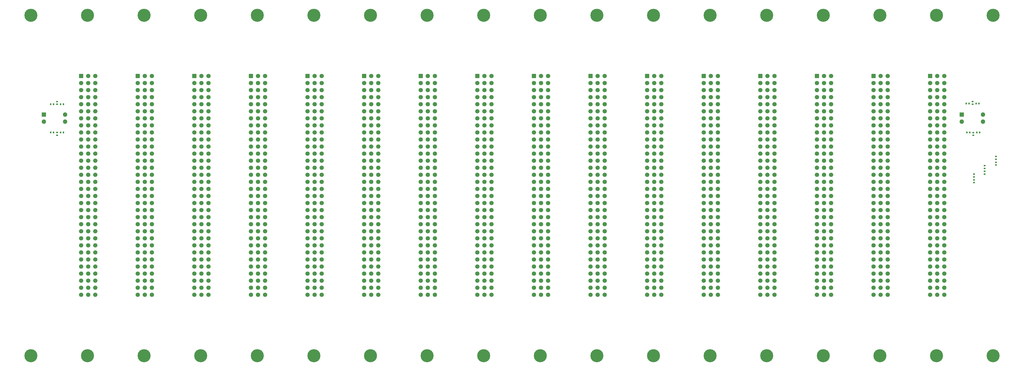
<source format=gbr>
%TF.GenerationSoftware,KiCad,Pcbnew,9.0.3*%
%TF.CreationDate,2025-10-05T23:38:32+02:00*%
%TF.ProjectId,ModuCard-System-ActiveBackplane,4d6f6475-4361-4726-942d-53797374656d,A*%
%TF.SameCoordinates,Original*%
%TF.FileFunction,Soldermask,Top*%
%TF.FilePolarity,Negative*%
%FSLAX46Y46*%
G04 Gerber Fmt 4.6, Leading zero omitted, Abs format (unit mm)*
G04 Created by KiCad (PCBNEW 9.0.3) date 2025-10-05 23:38:32*
%MOMM*%
%LPD*%
G01*
G04 APERTURE LIST*
G04 Aperture macros list*
%AMRoundRect*
0 Rectangle with rounded corners*
0 $1 Rounding radius*
0 $2 $3 $4 $5 $6 $7 $8 $9 X,Y pos of 4 corners*
0 Add a 4 corners polygon primitive as box body*
4,1,4,$2,$3,$4,$5,$6,$7,$8,$9,$2,$3,0*
0 Add four circle primitives for the rounded corners*
1,1,$1+$1,$2,$3*
1,1,$1+$1,$4,$5*
1,1,$1+$1,$6,$7*
1,1,$1+$1,$8,$9*
0 Add four rect primitives between the rounded corners*
20,1,$1+$1,$2,$3,$4,$5,0*
20,1,$1+$1,$4,$5,$6,$7,0*
20,1,$1+$1,$6,$7,$8,$9,0*
20,1,$1+$1,$8,$9,$2,$3,0*%
G04 Aperture macros list end*
%ADD10C,4.700000*%
%ADD11RoundRect,0.140000X-0.170000X0.140000X-0.170000X-0.140000X0.170000X-0.140000X0.170000X0.140000X0*%
%ADD12RoundRect,0.249999X-0.525001X-0.525001X0.525001X-0.525001X0.525001X0.525001X-0.525001X0.525001X0*%
%ADD13C,1.550000*%
%ADD14RoundRect,0.135000X-0.185000X0.135000X-0.185000X-0.135000X0.185000X-0.135000X0.185000X0.135000X0*%
%ADD15R,1.600000X1.600000*%
%ADD16O,1.600000X1.600000*%
%ADD17RoundRect,0.135000X-0.135000X-0.185000X0.135000X-0.185000X0.135000X0.185000X-0.135000X0.185000X0*%
%ADD18RoundRect,0.135000X0.135000X0.185000X-0.135000X0.185000X-0.135000X-0.185000X0.135000X-0.185000X0*%
%ADD19RoundRect,0.140000X0.170000X-0.140000X0.170000X0.140000X-0.170000X0.140000X-0.170000X-0.140000X0*%
%ADD20RoundRect,0.147500X0.172500X-0.147500X0.172500X0.147500X-0.172500X0.147500X-0.172500X-0.147500X0*%
G04 APERTURE END LIST*
D10*
%TO.C,H20*%
X457493745Y-260259000D03*
%TD*%
D11*
%TO.C,C24*%
X450385245Y-179987000D03*
X450385245Y-180947000D03*
%TD*%
D12*
%TO.C,J2*%
X150411245Y-159639000D03*
D13*
X150411245Y-162179000D03*
X150411245Y-164719000D03*
X150411245Y-167259000D03*
X150411245Y-169799000D03*
X150411245Y-172339000D03*
X150411245Y-174879000D03*
X150411245Y-177419000D03*
X150411245Y-179959000D03*
X150411245Y-182499000D03*
X150411245Y-185039000D03*
X150411245Y-187579000D03*
X150411245Y-190119000D03*
X150411245Y-192659000D03*
X150411245Y-195199000D03*
X150411245Y-197739000D03*
X150411245Y-200279000D03*
X150411245Y-202819000D03*
X150411245Y-205359000D03*
X150411245Y-207899000D03*
X150411245Y-210439000D03*
X150411245Y-212979000D03*
X150411245Y-215519000D03*
X150411245Y-218059000D03*
X150411245Y-220599000D03*
X150411245Y-223139000D03*
X150411245Y-225679000D03*
X150411245Y-228219000D03*
X150411245Y-230759000D03*
X150411245Y-233299000D03*
X150411245Y-235839000D03*
X150411245Y-238379000D03*
X152951245Y-159639000D03*
X152951245Y-162179000D03*
X152951245Y-164719000D03*
X152951245Y-167259000D03*
X152951245Y-169799000D03*
X152951245Y-172339000D03*
X152951245Y-174879000D03*
X152951245Y-177419000D03*
X152951245Y-179959000D03*
X152951245Y-182499000D03*
X152951245Y-185039000D03*
X152951245Y-187579000D03*
X152951245Y-190119000D03*
X152951245Y-192659000D03*
X152951245Y-195199000D03*
X152951245Y-197739000D03*
X152951245Y-200279000D03*
X152951245Y-202819000D03*
X152951245Y-205359000D03*
X152951245Y-207899000D03*
X152951245Y-210439000D03*
X152951245Y-212979000D03*
X152951245Y-215519000D03*
X152951245Y-218059000D03*
X152951245Y-220599000D03*
X152951245Y-223139000D03*
X152951245Y-225679000D03*
X152951245Y-228219000D03*
X152951245Y-230759000D03*
X152951245Y-233299000D03*
X152951245Y-235839000D03*
X152951245Y-238379000D03*
X155491245Y-159639000D03*
X155491245Y-162179000D03*
X155491245Y-164719000D03*
X155491245Y-167259000D03*
X155491245Y-169799000D03*
X155491245Y-172339000D03*
X155491245Y-174879000D03*
X155491245Y-177419000D03*
X155491245Y-179959000D03*
X155491245Y-182499000D03*
X155491245Y-185039000D03*
X155491245Y-187579000D03*
X155491245Y-190119000D03*
X155491245Y-192659000D03*
X155491245Y-195199000D03*
X155491245Y-197739000D03*
X155491245Y-200279000D03*
X155491245Y-202819000D03*
X155491245Y-205359000D03*
X155491245Y-207899000D03*
X155491245Y-210439000D03*
X155491245Y-212979000D03*
X155491245Y-215519000D03*
X155491245Y-218059000D03*
X155491245Y-220599000D03*
X155491245Y-223139000D03*
X155491245Y-225679000D03*
X155491245Y-228219000D03*
X155491245Y-230759000D03*
X155491245Y-233299000D03*
X155491245Y-235839000D03*
X155491245Y-238379000D03*
%TD*%
D10*
%TO.C,H29*%
X254293745Y-260259000D03*
%TD*%
%TO.C,H24*%
X152693745Y-260259000D03*
%TD*%
D14*
%TO.C,R1*%
X450639245Y-194943000D03*
X450639245Y-195963000D03*
%TD*%
D10*
%TO.C,H36*%
X396533745Y-260259000D03*
%TD*%
%TO.C,H23*%
X132373745Y-260259000D03*
%TD*%
%TO.C,H3*%
X152693745Y-137759000D03*
%TD*%
%TO.C,H17*%
X437173745Y-137759000D03*
%TD*%
%TO.C,H4*%
X173013745Y-137759000D03*
%TD*%
D15*
%TO.C,SW1*%
X116671745Y-173517155D03*
D16*
X116671745Y-176057155D03*
X124291745Y-176057155D03*
X124291745Y-173517155D03*
%TD*%
D10*
%TO.C,H35*%
X376213745Y-260259000D03*
%TD*%
%TO.C,H32*%
X315253745Y-260259000D03*
%TD*%
D14*
%TO.C,R3*%
X458513245Y-188593000D03*
X458513245Y-189613000D03*
%TD*%
D15*
%TO.C,SW2*%
X446210245Y-173517155D03*
D16*
X446210245Y-176057155D03*
X453830245Y-176057155D03*
X453830245Y-173517155D03*
%TD*%
D10*
%TO.C,H28*%
X233973745Y-260259000D03*
%TD*%
D12*
%TO.C,J10*%
X312971245Y-159639000D03*
D13*
X312971245Y-162179000D03*
X312971245Y-164719000D03*
X312971245Y-167259000D03*
X312971245Y-169799000D03*
X312971245Y-172339000D03*
X312971245Y-174879000D03*
X312971245Y-177419000D03*
X312971245Y-179959000D03*
X312971245Y-182499000D03*
X312971245Y-185039000D03*
X312971245Y-187579000D03*
X312971245Y-190119000D03*
X312971245Y-192659000D03*
X312971245Y-195199000D03*
X312971245Y-197739000D03*
X312971245Y-200279000D03*
X312971245Y-202819000D03*
X312971245Y-205359000D03*
X312971245Y-207899000D03*
X312971245Y-210439000D03*
X312971245Y-212979000D03*
X312971245Y-215519000D03*
X312971245Y-218059000D03*
X312971245Y-220599000D03*
X312971245Y-223139000D03*
X312971245Y-225679000D03*
X312971245Y-228219000D03*
X312971245Y-230759000D03*
X312971245Y-233299000D03*
X312971245Y-235839000D03*
X312971245Y-238379000D03*
X315511245Y-159639000D03*
X315511245Y-162179000D03*
X315511245Y-164719000D03*
X315511245Y-167259000D03*
X315511245Y-169799000D03*
X315511245Y-172339000D03*
X315511245Y-174879000D03*
X315511245Y-177419000D03*
X315511245Y-179959000D03*
X315511245Y-182499000D03*
X315511245Y-185039000D03*
X315511245Y-187579000D03*
X315511245Y-190119000D03*
X315511245Y-192659000D03*
X315511245Y-195199000D03*
X315511245Y-197739000D03*
X315511245Y-200279000D03*
X315511245Y-202819000D03*
X315511245Y-205359000D03*
X315511245Y-207899000D03*
X315511245Y-210439000D03*
X315511245Y-212979000D03*
X315511245Y-215519000D03*
X315511245Y-218059000D03*
X315511245Y-220599000D03*
X315511245Y-223139000D03*
X315511245Y-225679000D03*
X315511245Y-228219000D03*
X315511245Y-230759000D03*
X315511245Y-233299000D03*
X315511245Y-235839000D03*
X315511245Y-238379000D03*
X318051245Y-159639000D03*
X318051245Y-162179000D03*
X318051245Y-164719000D03*
X318051245Y-167259000D03*
X318051245Y-169799000D03*
X318051245Y-172339000D03*
X318051245Y-174879000D03*
X318051245Y-177419000D03*
X318051245Y-179959000D03*
X318051245Y-182499000D03*
X318051245Y-185039000D03*
X318051245Y-187579000D03*
X318051245Y-190119000D03*
X318051245Y-192659000D03*
X318051245Y-195199000D03*
X318051245Y-197739000D03*
X318051245Y-200279000D03*
X318051245Y-202819000D03*
X318051245Y-205359000D03*
X318051245Y-207899000D03*
X318051245Y-210439000D03*
X318051245Y-212979000D03*
X318051245Y-215519000D03*
X318051245Y-218059000D03*
X318051245Y-220599000D03*
X318051245Y-223139000D03*
X318051245Y-225679000D03*
X318051245Y-228219000D03*
X318051245Y-230759000D03*
X318051245Y-233299000D03*
X318051245Y-235839000D03*
X318051245Y-238379000D03*
%TD*%
D12*
%TO.C,J11*%
X333291245Y-159639000D03*
D13*
X333291245Y-162179000D03*
X333291245Y-164719000D03*
X333291245Y-167259000D03*
X333291245Y-169799000D03*
X333291245Y-172339000D03*
X333291245Y-174879000D03*
X333291245Y-177419000D03*
X333291245Y-179959000D03*
X333291245Y-182499000D03*
X333291245Y-185039000D03*
X333291245Y-187579000D03*
X333291245Y-190119000D03*
X333291245Y-192659000D03*
X333291245Y-195199000D03*
X333291245Y-197739000D03*
X333291245Y-200279000D03*
X333291245Y-202819000D03*
X333291245Y-205359000D03*
X333291245Y-207899000D03*
X333291245Y-210439000D03*
X333291245Y-212979000D03*
X333291245Y-215519000D03*
X333291245Y-218059000D03*
X333291245Y-220599000D03*
X333291245Y-223139000D03*
X333291245Y-225679000D03*
X333291245Y-228219000D03*
X333291245Y-230759000D03*
X333291245Y-233299000D03*
X333291245Y-235839000D03*
X333291245Y-238379000D03*
X335831245Y-159639000D03*
X335831245Y-162179000D03*
X335831245Y-164719000D03*
X335831245Y-167259000D03*
X335831245Y-169799000D03*
X335831245Y-172339000D03*
X335831245Y-174879000D03*
X335831245Y-177419000D03*
X335831245Y-179959000D03*
X335831245Y-182499000D03*
X335831245Y-185039000D03*
X335831245Y-187579000D03*
X335831245Y-190119000D03*
X335831245Y-192659000D03*
X335831245Y-195199000D03*
X335831245Y-197739000D03*
X335831245Y-200279000D03*
X335831245Y-202819000D03*
X335831245Y-205359000D03*
X335831245Y-207899000D03*
X335831245Y-210439000D03*
X335831245Y-212979000D03*
X335831245Y-215519000D03*
X335831245Y-218059000D03*
X335831245Y-220599000D03*
X335831245Y-223139000D03*
X335831245Y-225679000D03*
X335831245Y-228219000D03*
X335831245Y-230759000D03*
X335831245Y-233299000D03*
X335831245Y-235839000D03*
X335831245Y-238379000D03*
X338371245Y-159639000D03*
X338371245Y-162179000D03*
X338371245Y-164719000D03*
X338371245Y-167259000D03*
X338371245Y-169799000D03*
X338371245Y-172339000D03*
X338371245Y-174879000D03*
X338371245Y-177419000D03*
X338371245Y-179959000D03*
X338371245Y-182499000D03*
X338371245Y-185039000D03*
X338371245Y-187579000D03*
X338371245Y-190119000D03*
X338371245Y-192659000D03*
X338371245Y-195199000D03*
X338371245Y-197739000D03*
X338371245Y-200279000D03*
X338371245Y-202819000D03*
X338371245Y-205359000D03*
X338371245Y-207899000D03*
X338371245Y-210439000D03*
X338371245Y-212979000D03*
X338371245Y-215519000D03*
X338371245Y-218059000D03*
X338371245Y-220599000D03*
X338371245Y-223139000D03*
X338371245Y-225679000D03*
X338371245Y-228219000D03*
X338371245Y-230759000D03*
X338371245Y-233299000D03*
X338371245Y-235839000D03*
X338371245Y-238379000D03*
%TD*%
D10*
%TO.C,H2*%
X132373745Y-137759000D03*
%TD*%
%TO.C,H34*%
X355893745Y-260259000D03*
%TD*%
%TO.C,H14*%
X376213745Y-137759000D03*
%TD*%
D12*
%TO.C,J9*%
X292651245Y-159639000D03*
D13*
X292651245Y-162179000D03*
X292651245Y-164719000D03*
X292651245Y-167259000D03*
X292651245Y-169799000D03*
X292651245Y-172339000D03*
X292651245Y-174879000D03*
X292651245Y-177419000D03*
X292651245Y-179959000D03*
X292651245Y-182499000D03*
X292651245Y-185039000D03*
X292651245Y-187579000D03*
X292651245Y-190119000D03*
X292651245Y-192659000D03*
X292651245Y-195199000D03*
X292651245Y-197739000D03*
X292651245Y-200279000D03*
X292651245Y-202819000D03*
X292651245Y-205359000D03*
X292651245Y-207899000D03*
X292651245Y-210439000D03*
X292651245Y-212979000D03*
X292651245Y-215519000D03*
X292651245Y-218059000D03*
X292651245Y-220599000D03*
X292651245Y-223139000D03*
X292651245Y-225679000D03*
X292651245Y-228219000D03*
X292651245Y-230759000D03*
X292651245Y-233299000D03*
X292651245Y-235839000D03*
X292651245Y-238379000D03*
X295191245Y-159639000D03*
X295191245Y-162179000D03*
X295191245Y-164719000D03*
X295191245Y-167259000D03*
X295191245Y-169799000D03*
X295191245Y-172339000D03*
X295191245Y-174879000D03*
X295191245Y-177419000D03*
X295191245Y-179959000D03*
X295191245Y-182499000D03*
X295191245Y-185039000D03*
X295191245Y-187579000D03*
X295191245Y-190119000D03*
X295191245Y-192659000D03*
X295191245Y-195199000D03*
X295191245Y-197739000D03*
X295191245Y-200279000D03*
X295191245Y-202819000D03*
X295191245Y-205359000D03*
X295191245Y-207899000D03*
X295191245Y-210439000D03*
X295191245Y-212979000D03*
X295191245Y-215519000D03*
X295191245Y-218059000D03*
X295191245Y-220599000D03*
X295191245Y-223139000D03*
X295191245Y-225679000D03*
X295191245Y-228219000D03*
X295191245Y-230759000D03*
X295191245Y-233299000D03*
X295191245Y-235839000D03*
X295191245Y-238379000D03*
X297731245Y-159639000D03*
X297731245Y-162179000D03*
X297731245Y-164719000D03*
X297731245Y-167259000D03*
X297731245Y-169799000D03*
X297731245Y-172339000D03*
X297731245Y-174879000D03*
X297731245Y-177419000D03*
X297731245Y-179959000D03*
X297731245Y-182499000D03*
X297731245Y-185039000D03*
X297731245Y-187579000D03*
X297731245Y-190119000D03*
X297731245Y-192659000D03*
X297731245Y-195199000D03*
X297731245Y-197739000D03*
X297731245Y-200279000D03*
X297731245Y-202819000D03*
X297731245Y-205359000D03*
X297731245Y-207899000D03*
X297731245Y-210439000D03*
X297731245Y-212979000D03*
X297731245Y-215519000D03*
X297731245Y-218059000D03*
X297731245Y-220599000D03*
X297731245Y-223139000D03*
X297731245Y-225679000D03*
X297731245Y-228219000D03*
X297731245Y-230759000D03*
X297731245Y-233299000D03*
X297731245Y-235839000D03*
X297731245Y-238379000D03*
%TD*%
D10*
%TO.C,H15*%
X416811245Y-260259000D03*
%TD*%
D12*
%TO.C,J6*%
X231691245Y-159639000D03*
D13*
X231691245Y-162179000D03*
X231691245Y-164719000D03*
X231691245Y-167259000D03*
X231691245Y-169799000D03*
X231691245Y-172339000D03*
X231691245Y-174879000D03*
X231691245Y-177419000D03*
X231691245Y-179959000D03*
X231691245Y-182499000D03*
X231691245Y-185039000D03*
X231691245Y-187579000D03*
X231691245Y-190119000D03*
X231691245Y-192659000D03*
X231691245Y-195199000D03*
X231691245Y-197739000D03*
X231691245Y-200279000D03*
X231691245Y-202819000D03*
X231691245Y-205359000D03*
X231691245Y-207899000D03*
X231691245Y-210439000D03*
X231691245Y-212979000D03*
X231691245Y-215519000D03*
X231691245Y-218059000D03*
X231691245Y-220599000D03*
X231691245Y-223139000D03*
X231691245Y-225679000D03*
X231691245Y-228219000D03*
X231691245Y-230759000D03*
X231691245Y-233299000D03*
X231691245Y-235839000D03*
X231691245Y-238379000D03*
X234231245Y-159639000D03*
X234231245Y-162179000D03*
X234231245Y-164719000D03*
X234231245Y-167259000D03*
X234231245Y-169799000D03*
X234231245Y-172339000D03*
X234231245Y-174879000D03*
X234231245Y-177419000D03*
X234231245Y-179959000D03*
X234231245Y-182499000D03*
X234231245Y-185039000D03*
X234231245Y-187579000D03*
X234231245Y-190119000D03*
X234231245Y-192659000D03*
X234231245Y-195199000D03*
X234231245Y-197739000D03*
X234231245Y-200279000D03*
X234231245Y-202819000D03*
X234231245Y-205359000D03*
X234231245Y-207899000D03*
X234231245Y-210439000D03*
X234231245Y-212979000D03*
X234231245Y-215519000D03*
X234231245Y-218059000D03*
X234231245Y-220599000D03*
X234231245Y-223139000D03*
X234231245Y-225679000D03*
X234231245Y-228219000D03*
X234231245Y-230759000D03*
X234231245Y-233299000D03*
X234231245Y-235839000D03*
X234231245Y-238379000D03*
X236771245Y-159639000D03*
X236771245Y-162179000D03*
X236771245Y-164719000D03*
X236771245Y-167259000D03*
X236771245Y-169799000D03*
X236771245Y-172339000D03*
X236771245Y-174879000D03*
X236771245Y-177419000D03*
X236771245Y-179959000D03*
X236771245Y-182499000D03*
X236771245Y-185039000D03*
X236771245Y-187579000D03*
X236771245Y-190119000D03*
X236771245Y-192659000D03*
X236771245Y-195199000D03*
X236771245Y-197739000D03*
X236771245Y-200279000D03*
X236771245Y-202819000D03*
X236771245Y-205359000D03*
X236771245Y-207899000D03*
X236771245Y-210439000D03*
X236771245Y-212979000D03*
X236771245Y-215519000D03*
X236771245Y-218059000D03*
X236771245Y-220599000D03*
X236771245Y-223139000D03*
X236771245Y-225679000D03*
X236771245Y-228219000D03*
X236771245Y-230759000D03*
X236771245Y-233299000D03*
X236771245Y-235839000D03*
X236771245Y-238379000D03*
%TD*%
D10*
%TO.C,H8*%
X254293745Y-137759000D03*
%TD*%
D12*
%TO.C,J3*%
X170731245Y-159639000D03*
D13*
X170731245Y-162179000D03*
X170731245Y-164719000D03*
X170731245Y-167259000D03*
X170731245Y-169799000D03*
X170731245Y-172339000D03*
X170731245Y-174879000D03*
X170731245Y-177419000D03*
X170731245Y-179959000D03*
X170731245Y-182499000D03*
X170731245Y-185039000D03*
X170731245Y-187579000D03*
X170731245Y-190119000D03*
X170731245Y-192659000D03*
X170731245Y-195199000D03*
X170731245Y-197739000D03*
X170731245Y-200279000D03*
X170731245Y-202819000D03*
X170731245Y-205359000D03*
X170731245Y-207899000D03*
X170731245Y-210439000D03*
X170731245Y-212979000D03*
X170731245Y-215519000D03*
X170731245Y-218059000D03*
X170731245Y-220599000D03*
X170731245Y-223139000D03*
X170731245Y-225679000D03*
X170731245Y-228219000D03*
X170731245Y-230759000D03*
X170731245Y-233299000D03*
X170731245Y-235839000D03*
X170731245Y-238379000D03*
X173271245Y-159639000D03*
X173271245Y-162179000D03*
X173271245Y-164719000D03*
X173271245Y-167259000D03*
X173271245Y-169799000D03*
X173271245Y-172339000D03*
X173271245Y-174879000D03*
X173271245Y-177419000D03*
X173271245Y-179959000D03*
X173271245Y-182499000D03*
X173271245Y-185039000D03*
X173271245Y-187579000D03*
X173271245Y-190119000D03*
X173271245Y-192659000D03*
X173271245Y-195199000D03*
X173271245Y-197739000D03*
X173271245Y-200279000D03*
X173271245Y-202819000D03*
X173271245Y-205359000D03*
X173271245Y-207899000D03*
X173271245Y-210439000D03*
X173271245Y-212979000D03*
X173271245Y-215519000D03*
X173271245Y-218059000D03*
X173271245Y-220599000D03*
X173271245Y-223139000D03*
X173271245Y-225679000D03*
X173271245Y-228219000D03*
X173271245Y-230759000D03*
X173271245Y-233299000D03*
X173271245Y-235839000D03*
X173271245Y-238379000D03*
X175811245Y-159639000D03*
X175811245Y-162179000D03*
X175811245Y-164719000D03*
X175811245Y-167259000D03*
X175811245Y-169799000D03*
X175811245Y-172339000D03*
X175811245Y-174879000D03*
X175811245Y-177419000D03*
X175811245Y-179959000D03*
X175811245Y-182499000D03*
X175811245Y-185039000D03*
X175811245Y-187579000D03*
X175811245Y-190119000D03*
X175811245Y-192659000D03*
X175811245Y-195199000D03*
X175811245Y-197739000D03*
X175811245Y-200279000D03*
X175811245Y-202819000D03*
X175811245Y-205359000D03*
X175811245Y-207899000D03*
X175811245Y-210439000D03*
X175811245Y-212979000D03*
X175811245Y-215519000D03*
X175811245Y-218059000D03*
X175811245Y-220599000D03*
X175811245Y-223139000D03*
X175811245Y-225679000D03*
X175811245Y-228219000D03*
X175811245Y-230759000D03*
X175811245Y-233299000D03*
X175811245Y-235839000D03*
X175811245Y-238379000D03*
%TD*%
D17*
%TO.C,R9*%
X119167245Y-179959000D03*
X120187245Y-179959000D03*
%TD*%
D10*
%TO.C,H11*%
X315253745Y-137759000D03*
%TD*%
D18*
%TO.C,R7*%
X448863245Y-169545000D03*
X447843245Y-169545000D03*
%TD*%
D10*
%TO.C,H12*%
X335573745Y-137759000D03*
%TD*%
D17*
%TO.C,R4*%
X122723245Y-169799000D03*
X123743245Y-169799000D03*
%TD*%
D19*
%TO.C,C21*%
X121455245Y-169799000D03*
X121455245Y-168839000D03*
%TD*%
D18*
%TO.C,R6*%
X452419245Y-169545000D03*
X451399245Y-169545000D03*
%TD*%
D10*
%TO.C,H22*%
X112053745Y-260259000D03*
%TD*%
D18*
%TO.C,R10*%
X452673245Y-179959000D03*
X451653245Y-179959000D03*
%TD*%
D10*
%TO.C,H10*%
X294933745Y-137759000D03*
%TD*%
%TO.C,H21*%
X396533745Y-137759000D03*
%TD*%
D12*
%TO.C,J7*%
X252011245Y-159639000D03*
D13*
X252011245Y-162179000D03*
X252011245Y-164719000D03*
X252011245Y-167259000D03*
X252011245Y-169799000D03*
X252011245Y-172339000D03*
X252011245Y-174879000D03*
X252011245Y-177419000D03*
X252011245Y-179959000D03*
X252011245Y-182499000D03*
X252011245Y-185039000D03*
X252011245Y-187579000D03*
X252011245Y-190119000D03*
X252011245Y-192659000D03*
X252011245Y-195199000D03*
X252011245Y-197739000D03*
X252011245Y-200279000D03*
X252011245Y-202819000D03*
X252011245Y-205359000D03*
X252011245Y-207899000D03*
X252011245Y-210439000D03*
X252011245Y-212979000D03*
X252011245Y-215519000D03*
X252011245Y-218059000D03*
X252011245Y-220599000D03*
X252011245Y-223139000D03*
X252011245Y-225679000D03*
X252011245Y-228219000D03*
X252011245Y-230759000D03*
X252011245Y-233299000D03*
X252011245Y-235839000D03*
X252011245Y-238379000D03*
X254551245Y-159639000D03*
X254551245Y-162179000D03*
X254551245Y-164719000D03*
X254551245Y-167259000D03*
X254551245Y-169799000D03*
X254551245Y-172339000D03*
X254551245Y-174879000D03*
X254551245Y-177419000D03*
X254551245Y-179959000D03*
X254551245Y-182499000D03*
X254551245Y-185039000D03*
X254551245Y-187579000D03*
X254551245Y-190119000D03*
X254551245Y-192659000D03*
X254551245Y-195199000D03*
X254551245Y-197739000D03*
X254551245Y-200279000D03*
X254551245Y-202819000D03*
X254551245Y-205359000D03*
X254551245Y-207899000D03*
X254551245Y-210439000D03*
X254551245Y-212979000D03*
X254551245Y-215519000D03*
X254551245Y-218059000D03*
X254551245Y-220599000D03*
X254551245Y-223139000D03*
X254551245Y-225679000D03*
X254551245Y-228219000D03*
X254551245Y-230759000D03*
X254551245Y-233299000D03*
X254551245Y-235839000D03*
X254551245Y-238379000D03*
X257091245Y-159639000D03*
X257091245Y-162179000D03*
X257091245Y-164719000D03*
X257091245Y-167259000D03*
X257091245Y-169799000D03*
X257091245Y-172339000D03*
X257091245Y-174879000D03*
X257091245Y-177419000D03*
X257091245Y-179959000D03*
X257091245Y-182499000D03*
X257091245Y-185039000D03*
X257091245Y-187579000D03*
X257091245Y-190119000D03*
X257091245Y-192659000D03*
X257091245Y-195199000D03*
X257091245Y-197739000D03*
X257091245Y-200279000D03*
X257091245Y-202819000D03*
X257091245Y-205359000D03*
X257091245Y-207899000D03*
X257091245Y-210439000D03*
X257091245Y-212979000D03*
X257091245Y-215519000D03*
X257091245Y-218059000D03*
X257091245Y-220599000D03*
X257091245Y-223139000D03*
X257091245Y-225679000D03*
X257091245Y-228219000D03*
X257091245Y-230759000D03*
X257091245Y-233299000D03*
X257091245Y-235839000D03*
X257091245Y-238379000D03*
%TD*%
D18*
%TO.C,R11*%
X449117245Y-179959000D03*
X448097245Y-179959000D03*
%TD*%
D12*
%TO.C,J4*%
X191051245Y-159639000D03*
D13*
X191051245Y-162179000D03*
X191051245Y-164719000D03*
X191051245Y-167259000D03*
X191051245Y-169799000D03*
X191051245Y-172339000D03*
X191051245Y-174879000D03*
X191051245Y-177419000D03*
X191051245Y-179959000D03*
X191051245Y-182499000D03*
X191051245Y-185039000D03*
X191051245Y-187579000D03*
X191051245Y-190119000D03*
X191051245Y-192659000D03*
X191051245Y-195199000D03*
X191051245Y-197739000D03*
X191051245Y-200279000D03*
X191051245Y-202819000D03*
X191051245Y-205359000D03*
X191051245Y-207899000D03*
X191051245Y-210439000D03*
X191051245Y-212979000D03*
X191051245Y-215519000D03*
X191051245Y-218059000D03*
X191051245Y-220599000D03*
X191051245Y-223139000D03*
X191051245Y-225679000D03*
X191051245Y-228219000D03*
X191051245Y-230759000D03*
X191051245Y-233299000D03*
X191051245Y-235839000D03*
X191051245Y-238379000D03*
X193591245Y-159639000D03*
X193591245Y-162179000D03*
X193591245Y-164719000D03*
X193591245Y-167259000D03*
X193591245Y-169799000D03*
X193591245Y-172339000D03*
X193591245Y-174879000D03*
X193591245Y-177419000D03*
X193591245Y-179959000D03*
X193591245Y-182499000D03*
X193591245Y-185039000D03*
X193591245Y-187579000D03*
X193591245Y-190119000D03*
X193591245Y-192659000D03*
X193591245Y-195199000D03*
X193591245Y-197739000D03*
X193591245Y-200279000D03*
X193591245Y-202819000D03*
X193591245Y-205359000D03*
X193591245Y-207899000D03*
X193591245Y-210439000D03*
X193591245Y-212979000D03*
X193591245Y-215519000D03*
X193591245Y-218059000D03*
X193591245Y-220599000D03*
X193591245Y-223139000D03*
X193591245Y-225679000D03*
X193591245Y-228219000D03*
X193591245Y-230759000D03*
X193591245Y-233299000D03*
X193591245Y-235839000D03*
X193591245Y-238379000D03*
X196131245Y-159639000D03*
X196131245Y-162179000D03*
X196131245Y-164719000D03*
X196131245Y-167259000D03*
X196131245Y-169799000D03*
X196131245Y-172339000D03*
X196131245Y-174879000D03*
X196131245Y-177419000D03*
X196131245Y-179959000D03*
X196131245Y-182499000D03*
X196131245Y-185039000D03*
X196131245Y-187579000D03*
X196131245Y-190119000D03*
X196131245Y-192659000D03*
X196131245Y-195199000D03*
X196131245Y-197739000D03*
X196131245Y-200279000D03*
X196131245Y-202819000D03*
X196131245Y-205359000D03*
X196131245Y-207899000D03*
X196131245Y-210439000D03*
X196131245Y-212979000D03*
X196131245Y-215519000D03*
X196131245Y-218059000D03*
X196131245Y-220599000D03*
X196131245Y-223139000D03*
X196131245Y-225679000D03*
X196131245Y-228219000D03*
X196131245Y-230759000D03*
X196131245Y-233299000D03*
X196131245Y-235839000D03*
X196131245Y-238379000D03*
%TD*%
D12*
%TO.C,J13*%
X373931245Y-159639000D03*
D13*
X373931245Y-162179000D03*
X373931245Y-164719000D03*
X373931245Y-167259000D03*
X373931245Y-169799000D03*
X373931245Y-172339000D03*
X373931245Y-174879000D03*
X373931245Y-177419000D03*
X373931245Y-179959000D03*
X373931245Y-182499000D03*
X373931245Y-185039000D03*
X373931245Y-187579000D03*
X373931245Y-190119000D03*
X373931245Y-192659000D03*
X373931245Y-195199000D03*
X373931245Y-197739000D03*
X373931245Y-200279000D03*
X373931245Y-202819000D03*
X373931245Y-205359000D03*
X373931245Y-207899000D03*
X373931245Y-210439000D03*
X373931245Y-212979000D03*
X373931245Y-215519000D03*
X373931245Y-218059000D03*
X373931245Y-220599000D03*
X373931245Y-223139000D03*
X373931245Y-225679000D03*
X373931245Y-228219000D03*
X373931245Y-230759000D03*
X373931245Y-233299000D03*
X373931245Y-235839000D03*
X373931245Y-238379000D03*
X376471245Y-159639000D03*
X376471245Y-162179000D03*
X376471245Y-164719000D03*
X376471245Y-167259000D03*
X376471245Y-169799000D03*
X376471245Y-172339000D03*
X376471245Y-174879000D03*
X376471245Y-177419000D03*
X376471245Y-179959000D03*
X376471245Y-182499000D03*
X376471245Y-185039000D03*
X376471245Y-187579000D03*
X376471245Y-190119000D03*
X376471245Y-192659000D03*
X376471245Y-195199000D03*
X376471245Y-197739000D03*
X376471245Y-200279000D03*
X376471245Y-202819000D03*
X376471245Y-205359000D03*
X376471245Y-207899000D03*
X376471245Y-210439000D03*
X376471245Y-212979000D03*
X376471245Y-215519000D03*
X376471245Y-218059000D03*
X376471245Y-220599000D03*
X376471245Y-223139000D03*
X376471245Y-225679000D03*
X376471245Y-228219000D03*
X376471245Y-230759000D03*
X376471245Y-233299000D03*
X376471245Y-235839000D03*
X376471245Y-238379000D03*
X379011245Y-159639000D03*
X379011245Y-162179000D03*
X379011245Y-164719000D03*
X379011245Y-167259000D03*
X379011245Y-169799000D03*
X379011245Y-172339000D03*
X379011245Y-174879000D03*
X379011245Y-177419000D03*
X379011245Y-179959000D03*
X379011245Y-182499000D03*
X379011245Y-185039000D03*
X379011245Y-187579000D03*
X379011245Y-190119000D03*
X379011245Y-192659000D03*
X379011245Y-195199000D03*
X379011245Y-197739000D03*
X379011245Y-200279000D03*
X379011245Y-202819000D03*
X379011245Y-205359000D03*
X379011245Y-207899000D03*
X379011245Y-210439000D03*
X379011245Y-212979000D03*
X379011245Y-215519000D03*
X379011245Y-218059000D03*
X379011245Y-220599000D03*
X379011245Y-223139000D03*
X379011245Y-225679000D03*
X379011245Y-228219000D03*
X379011245Y-230759000D03*
X379011245Y-233299000D03*
X379011245Y-235839000D03*
X379011245Y-238379000D03*
%TD*%
D12*
%TO.C,J8*%
X272331245Y-159639000D03*
D13*
X272331245Y-162179000D03*
X272331245Y-164719000D03*
X272331245Y-167259000D03*
X272331245Y-169799000D03*
X272331245Y-172339000D03*
X272331245Y-174879000D03*
X272331245Y-177419000D03*
X272331245Y-179959000D03*
X272331245Y-182499000D03*
X272331245Y-185039000D03*
X272331245Y-187579000D03*
X272331245Y-190119000D03*
X272331245Y-192659000D03*
X272331245Y-195199000D03*
X272331245Y-197739000D03*
X272331245Y-200279000D03*
X272331245Y-202819000D03*
X272331245Y-205359000D03*
X272331245Y-207899000D03*
X272331245Y-210439000D03*
X272331245Y-212979000D03*
X272331245Y-215519000D03*
X272331245Y-218059000D03*
X272331245Y-220599000D03*
X272331245Y-223139000D03*
X272331245Y-225679000D03*
X272331245Y-228219000D03*
X272331245Y-230759000D03*
X272331245Y-233299000D03*
X272331245Y-235839000D03*
X272331245Y-238379000D03*
X274871245Y-159639000D03*
X274871245Y-162179000D03*
X274871245Y-164719000D03*
X274871245Y-167259000D03*
X274871245Y-169799000D03*
X274871245Y-172339000D03*
X274871245Y-174879000D03*
X274871245Y-177419000D03*
X274871245Y-179959000D03*
X274871245Y-182499000D03*
X274871245Y-185039000D03*
X274871245Y-187579000D03*
X274871245Y-190119000D03*
X274871245Y-192659000D03*
X274871245Y-195199000D03*
X274871245Y-197739000D03*
X274871245Y-200279000D03*
X274871245Y-202819000D03*
X274871245Y-205359000D03*
X274871245Y-207899000D03*
X274871245Y-210439000D03*
X274871245Y-212979000D03*
X274871245Y-215519000D03*
X274871245Y-218059000D03*
X274871245Y-220599000D03*
X274871245Y-223139000D03*
X274871245Y-225679000D03*
X274871245Y-228219000D03*
X274871245Y-230759000D03*
X274871245Y-233299000D03*
X274871245Y-235839000D03*
X274871245Y-238379000D03*
X277411245Y-159639000D03*
X277411245Y-162179000D03*
X277411245Y-164719000D03*
X277411245Y-167259000D03*
X277411245Y-169799000D03*
X277411245Y-172339000D03*
X277411245Y-174879000D03*
X277411245Y-177419000D03*
X277411245Y-179959000D03*
X277411245Y-182499000D03*
X277411245Y-185039000D03*
X277411245Y-187579000D03*
X277411245Y-190119000D03*
X277411245Y-192659000D03*
X277411245Y-195199000D03*
X277411245Y-197739000D03*
X277411245Y-200279000D03*
X277411245Y-202819000D03*
X277411245Y-205359000D03*
X277411245Y-207899000D03*
X277411245Y-210439000D03*
X277411245Y-212979000D03*
X277411245Y-215519000D03*
X277411245Y-218059000D03*
X277411245Y-220599000D03*
X277411245Y-223139000D03*
X277411245Y-225679000D03*
X277411245Y-228219000D03*
X277411245Y-230759000D03*
X277411245Y-233299000D03*
X277411245Y-235839000D03*
X277411245Y-238379000D03*
%TD*%
D10*
%TO.C,H18*%
X457493745Y-137759000D03*
%TD*%
D11*
%TO.C,C23*%
X121455245Y-179959000D03*
X121455245Y-180919000D03*
%TD*%
D12*
%TO.C,J5*%
X211371245Y-159639000D03*
D13*
X211371245Y-162179000D03*
X211371245Y-164719000D03*
X211371245Y-167259000D03*
X211371245Y-169799000D03*
X211371245Y-172339000D03*
X211371245Y-174879000D03*
X211371245Y-177419000D03*
X211371245Y-179959000D03*
X211371245Y-182499000D03*
X211371245Y-185039000D03*
X211371245Y-187579000D03*
X211371245Y-190119000D03*
X211371245Y-192659000D03*
X211371245Y-195199000D03*
X211371245Y-197739000D03*
X211371245Y-200279000D03*
X211371245Y-202819000D03*
X211371245Y-205359000D03*
X211371245Y-207899000D03*
X211371245Y-210439000D03*
X211371245Y-212979000D03*
X211371245Y-215519000D03*
X211371245Y-218059000D03*
X211371245Y-220599000D03*
X211371245Y-223139000D03*
X211371245Y-225679000D03*
X211371245Y-228219000D03*
X211371245Y-230759000D03*
X211371245Y-233299000D03*
X211371245Y-235839000D03*
X211371245Y-238379000D03*
X213911245Y-159639000D03*
X213911245Y-162179000D03*
X213911245Y-164719000D03*
X213911245Y-167259000D03*
X213911245Y-169799000D03*
X213911245Y-172339000D03*
X213911245Y-174879000D03*
X213911245Y-177419000D03*
X213911245Y-179959000D03*
X213911245Y-182499000D03*
X213911245Y-185039000D03*
X213911245Y-187579000D03*
X213911245Y-190119000D03*
X213911245Y-192659000D03*
X213911245Y-195199000D03*
X213911245Y-197739000D03*
X213911245Y-200279000D03*
X213911245Y-202819000D03*
X213911245Y-205359000D03*
X213911245Y-207899000D03*
X213911245Y-210439000D03*
X213911245Y-212979000D03*
X213911245Y-215519000D03*
X213911245Y-218059000D03*
X213911245Y-220599000D03*
X213911245Y-223139000D03*
X213911245Y-225679000D03*
X213911245Y-228219000D03*
X213911245Y-230759000D03*
X213911245Y-233299000D03*
X213911245Y-235839000D03*
X213911245Y-238379000D03*
X216451245Y-159639000D03*
X216451245Y-162179000D03*
X216451245Y-164719000D03*
X216451245Y-167259000D03*
X216451245Y-169799000D03*
X216451245Y-172339000D03*
X216451245Y-174879000D03*
X216451245Y-177419000D03*
X216451245Y-179959000D03*
X216451245Y-182499000D03*
X216451245Y-185039000D03*
X216451245Y-187579000D03*
X216451245Y-190119000D03*
X216451245Y-192659000D03*
X216451245Y-195199000D03*
X216451245Y-197739000D03*
X216451245Y-200279000D03*
X216451245Y-202819000D03*
X216451245Y-205359000D03*
X216451245Y-207899000D03*
X216451245Y-210439000D03*
X216451245Y-212979000D03*
X216451245Y-215519000D03*
X216451245Y-218059000D03*
X216451245Y-220599000D03*
X216451245Y-223139000D03*
X216451245Y-225679000D03*
X216451245Y-228219000D03*
X216451245Y-230759000D03*
X216451245Y-233299000D03*
X216451245Y-235839000D03*
X216451245Y-238379000D03*
%TD*%
D10*
%TO.C,H30*%
X274613745Y-260259000D03*
%TD*%
D12*
%TO.C,J15*%
X414571245Y-159639000D03*
D13*
X414571245Y-162179000D03*
X414571245Y-164719000D03*
X414571245Y-167259000D03*
X414571245Y-169799000D03*
X414571245Y-172339000D03*
X414571245Y-174879000D03*
X414571245Y-177419000D03*
X414571245Y-179959000D03*
X414571245Y-182499000D03*
X414571245Y-185039000D03*
X414571245Y-187579000D03*
X414571245Y-190119000D03*
X414571245Y-192659000D03*
X414571245Y-195199000D03*
X414571245Y-197739000D03*
X414571245Y-200279000D03*
X414571245Y-202819000D03*
X414571245Y-205359000D03*
X414571245Y-207899000D03*
X414571245Y-210439000D03*
X414571245Y-212979000D03*
X414571245Y-215519000D03*
X414571245Y-218059000D03*
X414571245Y-220599000D03*
X414571245Y-223139000D03*
X414571245Y-225679000D03*
X414571245Y-228219000D03*
X414571245Y-230759000D03*
X414571245Y-233299000D03*
X414571245Y-235839000D03*
X414571245Y-238379000D03*
X417111245Y-159639000D03*
X417111245Y-162179000D03*
X417111245Y-164719000D03*
X417111245Y-167259000D03*
X417111245Y-169799000D03*
X417111245Y-172339000D03*
X417111245Y-174879000D03*
X417111245Y-177419000D03*
X417111245Y-179959000D03*
X417111245Y-182499000D03*
X417111245Y-185039000D03*
X417111245Y-187579000D03*
X417111245Y-190119000D03*
X417111245Y-192659000D03*
X417111245Y-195199000D03*
X417111245Y-197739000D03*
X417111245Y-200279000D03*
X417111245Y-202819000D03*
X417111245Y-205359000D03*
X417111245Y-207899000D03*
X417111245Y-210439000D03*
X417111245Y-212979000D03*
X417111245Y-215519000D03*
X417111245Y-218059000D03*
X417111245Y-220599000D03*
X417111245Y-223139000D03*
X417111245Y-225679000D03*
X417111245Y-228219000D03*
X417111245Y-230759000D03*
X417111245Y-233299000D03*
X417111245Y-235839000D03*
X417111245Y-238379000D03*
X419651245Y-159639000D03*
X419651245Y-162179000D03*
X419651245Y-164719000D03*
X419651245Y-167259000D03*
X419651245Y-169799000D03*
X419651245Y-172339000D03*
X419651245Y-174879000D03*
X419651245Y-177419000D03*
X419651245Y-179959000D03*
X419651245Y-182499000D03*
X419651245Y-185039000D03*
X419651245Y-187579000D03*
X419651245Y-190119000D03*
X419651245Y-192659000D03*
X419651245Y-195199000D03*
X419651245Y-197739000D03*
X419651245Y-200279000D03*
X419651245Y-202819000D03*
X419651245Y-205359000D03*
X419651245Y-207899000D03*
X419651245Y-210439000D03*
X419651245Y-212979000D03*
X419651245Y-215519000D03*
X419651245Y-218059000D03*
X419651245Y-220599000D03*
X419651245Y-223139000D03*
X419651245Y-225679000D03*
X419651245Y-228219000D03*
X419651245Y-230759000D03*
X419651245Y-233299000D03*
X419651245Y-235839000D03*
X419651245Y-238379000D03*
%TD*%
D20*
%TO.C,D2*%
X454449245Y-194918000D03*
X454449245Y-193948000D03*
%TD*%
D10*
%TO.C,H5*%
X193333745Y-137759000D03*
%TD*%
%TO.C,H25*%
X173013745Y-260259000D03*
%TD*%
%TO.C,H7*%
X233973745Y-137759000D03*
%TD*%
%TO.C,H26*%
X193333745Y-260259000D03*
%TD*%
%TO.C,H16*%
X416853745Y-137759000D03*
%TD*%
D19*
%TO.C,C22*%
X450131245Y-169771000D03*
X450131245Y-168811000D03*
%TD*%
D10*
%TO.C,H13*%
X355893745Y-137759000D03*
%TD*%
%TO.C,H27*%
X213653745Y-260259000D03*
%TD*%
D17*
%TO.C,R5*%
X119167245Y-169799000D03*
X120187245Y-169799000D03*
%TD*%
D20*
%TO.C,D3*%
X458513245Y-191620000D03*
X458513245Y-190650000D03*
%TD*%
D10*
%TO.C,H31*%
X294933745Y-260259000D03*
%TD*%
%TO.C,H6*%
X213653745Y-137759000D03*
%TD*%
D17*
%TO.C,R8*%
X122723245Y-179959000D03*
X123743245Y-179959000D03*
%TD*%
D12*
%TO.C,J16*%
X434891245Y-159639000D03*
D13*
X434891245Y-162179000D03*
X434891245Y-164719000D03*
X434891245Y-167259000D03*
X434891245Y-169799000D03*
X434891245Y-172339000D03*
X434891245Y-174879000D03*
X434891245Y-177419000D03*
X434891245Y-179959000D03*
X434891245Y-182499000D03*
X434891245Y-185039000D03*
X434891245Y-187579000D03*
X434891245Y-190119000D03*
X434891245Y-192659000D03*
X434891245Y-195199000D03*
X434891245Y-197739000D03*
X434891245Y-200279000D03*
X434891245Y-202819000D03*
X434891245Y-205359000D03*
X434891245Y-207899000D03*
X434891245Y-210439000D03*
X434891245Y-212979000D03*
X434891245Y-215519000D03*
X434891245Y-218059000D03*
X434891245Y-220599000D03*
X434891245Y-223139000D03*
X434891245Y-225679000D03*
X434891245Y-228219000D03*
X434891245Y-230759000D03*
X434891245Y-233299000D03*
X434891245Y-235839000D03*
X434891245Y-238379000D03*
X437431245Y-159639000D03*
X437431245Y-162179000D03*
X437431245Y-164719000D03*
X437431245Y-167259000D03*
X437431245Y-169799000D03*
X437431245Y-172339000D03*
X437431245Y-174879000D03*
X437431245Y-177419000D03*
X437431245Y-179959000D03*
X437431245Y-182499000D03*
X437431245Y-185039000D03*
X437431245Y-187579000D03*
X437431245Y-190119000D03*
X437431245Y-192659000D03*
X437431245Y-195199000D03*
X437431245Y-197739000D03*
X437431245Y-200279000D03*
X437431245Y-202819000D03*
X437431245Y-205359000D03*
X437431245Y-207899000D03*
X437431245Y-210439000D03*
X437431245Y-212979000D03*
X437431245Y-215519000D03*
X437431245Y-218059000D03*
X437431245Y-220599000D03*
X437431245Y-223139000D03*
X437431245Y-225679000D03*
X437431245Y-228219000D03*
X437431245Y-230759000D03*
X437431245Y-233299000D03*
X437431245Y-235839000D03*
X437431245Y-238379000D03*
X439971245Y-159639000D03*
X439971245Y-162179000D03*
X439971245Y-164719000D03*
X439971245Y-167259000D03*
X439971245Y-169799000D03*
X439971245Y-172339000D03*
X439971245Y-174879000D03*
X439971245Y-177419000D03*
X439971245Y-179959000D03*
X439971245Y-182499000D03*
X439971245Y-185039000D03*
X439971245Y-187579000D03*
X439971245Y-190119000D03*
X439971245Y-192659000D03*
X439971245Y-195199000D03*
X439971245Y-197739000D03*
X439971245Y-200279000D03*
X439971245Y-202819000D03*
X439971245Y-205359000D03*
X439971245Y-207899000D03*
X439971245Y-210439000D03*
X439971245Y-212979000D03*
X439971245Y-215519000D03*
X439971245Y-218059000D03*
X439971245Y-220599000D03*
X439971245Y-223139000D03*
X439971245Y-225679000D03*
X439971245Y-228219000D03*
X439971245Y-230759000D03*
X439971245Y-233299000D03*
X439971245Y-235839000D03*
X439971245Y-238379000D03*
%TD*%
D12*
%TO.C,J12*%
X353611245Y-159639000D03*
D13*
X353611245Y-162179000D03*
X353611245Y-164719000D03*
X353611245Y-167259000D03*
X353611245Y-169799000D03*
X353611245Y-172339000D03*
X353611245Y-174879000D03*
X353611245Y-177419000D03*
X353611245Y-179959000D03*
X353611245Y-182499000D03*
X353611245Y-185039000D03*
X353611245Y-187579000D03*
X353611245Y-190119000D03*
X353611245Y-192659000D03*
X353611245Y-195199000D03*
X353611245Y-197739000D03*
X353611245Y-200279000D03*
X353611245Y-202819000D03*
X353611245Y-205359000D03*
X353611245Y-207899000D03*
X353611245Y-210439000D03*
X353611245Y-212979000D03*
X353611245Y-215519000D03*
X353611245Y-218059000D03*
X353611245Y-220599000D03*
X353611245Y-223139000D03*
X353611245Y-225679000D03*
X353611245Y-228219000D03*
X353611245Y-230759000D03*
X353611245Y-233299000D03*
X353611245Y-235839000D03*
X353611245Y-238379000D03*
X356151245Y-159639000D03*
X356151245Y-162179000D03*
X356151245Y-164719000D03*
X356151245Y-167259000D03*
X356151245Y-169799000D03*
X356151245Y-172339000D03*
X356151245Y-174879000D03*
X356151245Y-177419000D03*
X356151245Y-179959000D03*
X356151245Y-182499000D03*
X356151245Y-185039000D03*
X356151245Y-187579000D03*
X356151245Y-190119000D03*
X356151245Y-192659000D03*
X356151245Y-195199000D03*
X356151245Y-197739000D03*
X356151245Y-200279000D03*
X356151245Y-202819000D03*
X356151245Y-205359000D03*
X356151245Y-207899000D03*
X356151245Y-210439000D03*
X356151245Y-212979000D03*
X356151245Y-215519000D03*
X356151245Y-218059000D03*
X356151245Y-220599000D03*
X356151245Y-223139000D03*
X356151245Y-225679000D03*
X356151245Y-228219000D03*
X356151245Y-230759000D03*
X356151245Y-233299000D03*
X356151245Y-235839000D03*
X356151245Y-238379000D03*
X358691245Y-159639000D03*
X358691245Y-162179000D03*
X358691245Y-164719000D03*
X358691245Y-167259000D03*
X358691245Y-169799000D03*
X358691245Y-172339000D03*
X358691245Y-174879000D03*
X358691245Y-177419000D03*
X358691245Y-179959000D03*
X358691245Y-182499000D03*
X358691245Y-185039000D03*
X358691245Y-187579000D03*
X358691245Y-190119000D03*
X358691245Y-192659000D03*
X358691245Y-195199000D03*
X358691245Y-197739000D03*
X358691245Y-200279000D03*
X358691245Y-202819000D03*
X358691245Y-205359000D03*
X358691245Y-207899000D03*
X358691245Y-210439000D03*
X358691245Y-212979000D03*
X358691245Y-215519000D03*
X358691245Y-218059000D03*
X358691245Y-220599000D03*
X358691245Y-223139000D03*
X358691245Y-225679000D03*
X358691245Y-228219000D03*
X358691245Y-230759000D03*
X358691245Y-233299000D03*
X358691245Y-235839000D03*
X358691245Y-238379000D03*
%TD*%
D10*
%TO.C,H1*%
X112053745Y-137759000D03*
%TD*%
D12*
%TO.C,J1*%
X130091245Y-159639000D03*
D13*
X130091245Y-162179000D03*
X130091245Y-164719000D03*
X130091245Y-167259000D03*
X130091245Y-169799000D03*
X130091245Y-172339000D03*
X130091245Y-174879000D03*
X130091245Y-177419000D03*
X130091245Y-179959000D03*
X130091245Y-182499000D03*
X130091245Y-185039000D03*
X130091245Y-187579000D03*
X130091245Y-190119000D03*
X130091245Y-192659000D03*
X130091245Y-195199000D03*
X130091245Y-197739000D03*
X130091245Y-200279000D03*
X130091245Y-202819000D03*
X130091245Y-205359000D03*
X130091245Y-207899000D03*
X130091245Y-210439000D03*
X130091245Y-212979000D03*
X130091245Y-215519000D03*
X130091245Y-218059000D03*
X130091245Y-220599000D03*
X130091245Y-223139000D03*
X130091245Y-225679000D03*
X130091245Y-228219000D03*
X130091245Y-230759000D03*
X130091245Y-233299000D03*
X130091245Y-235839000D03*
X130091245Y-238379000D03*
X132631245Y-159639000D03*
X132631245Y-162179000D03*
X132631245Y-164719000D03*
X132631245Y-167259000D03*
X132631245Y-169799000D03*
X132631245Y-172339000D03*
X132631245Y-174879000D03*
X132631245Y-177419000D03*
X132631245Y-179959000D03*
X132631245Y-182499000D03*
X132631245Y-185039000D03*
X132631245Y-187579000D03*
X132631245Y-190119000D03*
X132631245Y-192659000D03*
X132631245Y-195199000D03*
X132631245Y-197739000D03*
X132631245Y-200279000D03*
X132631245Y-202819000D03*
X132631245Y-205359000D03*
X132631245Y-207899000D03*
X132631245Y-210439000D03*
X132631245Y-212979000D03*
X132631245Y-215519000D03*
X132631245Y-218059000D03*
X132631245Y-220599000D03*
X132631245Y-223139000D03*
X132631245Y-225679000D03*
X132631245Y-228219000D03*
X132631245Y-230759000D03*
X132631245Y-233299000D03*
X132631245Y-235839000D03*
X132631245Y-238379000D03*
X135171245Y-159639000D03*
X135171245Y-162179000D03*
X135171245Y-164719000D03*
X135171245Y-167259000D03*
X135171245Y-169799000D03*
X135171245Y-172339000D03*
X135171245Y-174879000D03*
X135171245Y-177419000D03*
X135171245Y-179959000D03*
X135171245Y-182499000D03*
X135171245Y-185039000D03*
X135171245Y-187579000D03*
X135171245Y-190119000D03*
X135171245Y-192659000D03*
X135171245Y-195199000D03*
X135171245Y-197739000D03*
X135171245Y-200279000D03*
X135171245Y-202819000D03*
X135171245Y-205359000D03*
X135171245Y-207899000D03*
X135171245Y-210439000D03*
X135171245Y-212979000D03*
X135171245Y-215519000D03*
X135171245Y-218059000D03*
X135171245Y-220599000D03*
X135171245Y-223139000D03*
X135171245Y-225679000D03*
X135171245Y-228219000D03*
X135171245Y-230759000D03*
X135171245Y-233299000D03*
X135171245Y-235839000D03*
X135171245Y-238379000D03*
%TD*%
D14*
%TO.C,R2*%
X454449245Y-191895000D03*
X454449245Y-192915000D03*
%TD*%
D12*
%TO.C,J14*%
X394251245Y-159639000D03*
D13*
X394251245Y-162179000D03*
X394251245Y-164719000D03*
X394251245Y-167259000D03*
X394251245Y-169799000D03*
X394251245Y-172339000D03*
X394251245Y-174879000D03*
X394251245Y-177419000D03*
X394251245Y-179959000D03*
X394251245Y-182499000D03*
X394251245Y-185039000D03*
X394251245Y-187579000D03*
X394251245Y-190119000D03*
X394251245Y-192659000D03*
X394251245Y-195199000D03*
X394251245Y-197739000D03*
X394251245Y-200279000D03*
X394251245Y-202819000D03*
X394251245Y-205359000D03*
X394251245Y-207899000D03*
X394251245Y-210439000D03*
X394251245Y-212979000D03*
X394251245Y-215519000D03*
X394251245Y-218059000D03*
X394251245Y-220599000D03*
X394251245Y-223139000D03*
X394251245Y-225679000D03*
X394251245Y-228219000D03*
X394251245Y-230759000D03*
X394251245Y-233299000D03*
X394251245Y-235839000D03*
X394251245Y-238379000D03*
X396791245Y-159639000D03*
X396791245Y-162179000D03*
X396791245Y-164719000D03*
X396791245Y-167259000D03*
X396791245Y-169799000D03*
X396791245Y-172339000D03*
X396791245Y-174879000D03*
X396791245Y-177419000D03*
X396791245Y-179959000D03*
X396791245Y-182499000D03*
X396791245Y-185039000D03*
X396791245Y-187579000D03*
X396791245Y-190119000D03*
X396791245Y-192659000D03*
X396791245Y-195199000D03*
X396791245Y-197739000D03*
X396791245Y-200279000D03*
X396791245Y-202819000D03*
X396791245Y-205359000D03*
X396791245Y-207899000D03*
X396791245Y-210439000D03*
X396791245Y-212979000D03*
X396791245Y-215519000D03*
X396791245Y-218059000D03*
X396791245Y-220599000D03*
X396791245Y-223139000D03*
X396791245Y-225679000D03*
X396791245Y-228219000D03*
X396791245Y-230759000D03*
X396791245Y-233299000D03*
X396791245Y-235839000D03*
X396791245Y-238379000D03*
X399331245Y-159639000D03*
X399331245Y-162179000D03*
X399331245Y-164719000D03*
X399331245Y-167259000D03*
X399331245Y-169799000D03*
X399331245Y-172339000D03*
X399331245Y-174879000D03*
X399331245Y-177419000D03*
X399331245Y-179959000D03*
X399331245Y-182499000D03*
X399331245Y-185039000D03*
X399331245Y-187579000D03*
X399331245Y-190119000D03*
X399331245Y-192659000D03*
X399331245Y-195199000D03*
X399331245Y-197739000D03*
X399331245Y-200279000D03*
X399331245Y-202819000D03*
X399331245Y-205359000D03*
X399331245Y-207899000D03*
X399331245Y-210439000D03*
X399331245Y-212979000D03*
X399331245Y-215519000D03*
X399331245Y-218059000D03*
X399331245Y-220599000D03*
X399331245Y-223139000D03*
X399331245Y-225679000D03*
X399331245Y-228219000D03*
X399331245Y-230759000D03*
X399331245Y-233299000D03*
X399331245Y-235839000D03*
X399331245Y-238379000D03*
%TD*%
D10*
%TO.C,H33*%
X335573745Y-260259000D03*
%TD*%
%TO.C,H19*%
X437131245Y-260259000D03*
%TD*%
%TO.C,H9*%
X274613745Y-137759000D03*
%TD*%
D20*
%TO.C,D1*%
X450639245Y-197970000D03*
X450639245Y-197000000D03*
%TD*%
M02*

</source>
